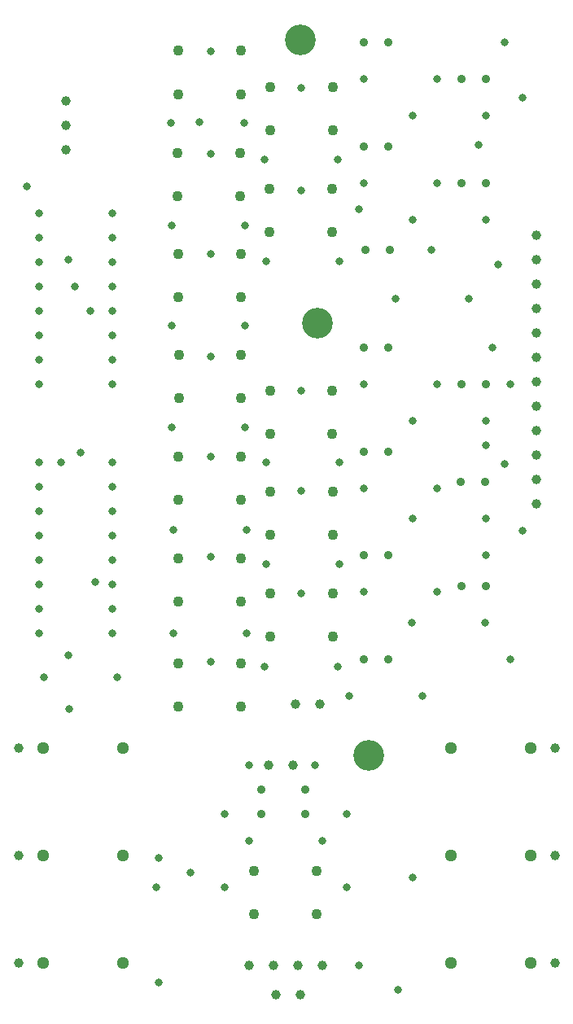
<source format=gbr>
%TF.GenerationSoftware,KiCad,Pcbnew,(6.0.1)*%
%TF.CreationDate,2022-12-13T10:22:34+02:00*%
%TF.ProjectId,EurorackDualPitchQuantizerFront,4575726f-7261-4636-9b44-75616c506974,rev?*%
%TF.SameCoordinates,Original*%
%TF.FileFunction,Plated,1,2,PTH,Mixed*%
%TF.FilePolarity,Positive*%
%FSLAX46Y46*%
G04 Gerber Fmt 4.6, Leading zero omitted, Abs format (unit mm)*
G04 Created by KiCad (PCBNEW (6.0.1)) date 2022-12-13 10:22:34*
%MOMM*%
%LPD*%
G01*
G04 APERTURE LIST*
%TA.AperFunction,ViaDrill*%
%ADD10C,0.800000*%
%TD*%
%TA.AperFunction,ComponentDrill*%
%ADD11C,0.800000*%
%TD*%
%TA.AperFunction,ComponentDrill*%
%ADD12C,0.900000*%
%TD*%
%TA.AperFunction,ComponentDrill*%
%ADD13C,1.000000*%
%TD*%
%TA.AperFunction,ComponentDrill*%
%ADD14C,1.100000*%
%TD*%
G04 aperture for slot hole*
%TA.AperFunction,ComponentDrill*%
%ADD15O,1.300000X1.300000*%
%TD*%
%TA.AperFunction,ComponentDrill*%
%ADD16C,3.200000*%
%TD*%
G04 APERTURE END LIST*
D10*
X14986000Y-36576000D03*
X18542000Y-65278000D03*
X19304000Y-44196000D03*
X19304000Y-85344000D03*
X19380200Y-90957400D03*
X19970500Y-46990000D03*
X20574000Y-64262000D03*
X21590000Y-49530000D03*
X22098000Y-77724000D03*
X28448000Y-109474000D03*
X28702000Y-106426000D03*
X28702000Y-119380000D03*
X32004000Y-107950000D03*
X32943800Y-29895800D03*
X34163000Y-22479000D03*
X34163000Y-33147000D03*
X34163000Y-43561000D03*
X34163000Y-54229000D03*
X34163000Y-64643000D03*
X34163000Y-75057000D03*
X34163000Y-85979000D03*
X38100000Y-96774000D03*
X43561000Y-26289000D03*
X43561000Y-36957000D03*
X43561000Y-57785000D03*
X43561000Y-68199000D03*
X43561000Y-78867000D03*
X44958000Y-96774000D03*
X49530000Y-117602000D03*
X49555400Y-38912800D03*
X53594000Y-120142000D03*
X55118000Y-108458000D03*
X57043000Y-43180000D03*
X61996000Y-32258000D03*
X62758000Y-63500000D03*
X62758000Y-74930000D03*
X63393000Y-53340000D03*
X64028000Y-44704000D03*
X64663000Y-21590000D03*
X64663000Y-65405000D03*
X65298000Y-57150000D03*
X65298000Y-85725000D03*
X66568000Y-27305000D03*
X66568000Y-72390000D03*
D11*
%TO.C,U1*%
X16256000Y-39370000D03*
X16256000Y-41910000D03*
X16256000Y-44450000D03*
X16256000Y-46990000D03*
X16256000Y-49530000D03*
X16256000Y-52070000D03*
X16256000Y-54610000D03*
X16256000Y-57150000D03*
%TO.C,U2*%
X16256000Y-65278000D03*
X16256000Y-67818000D03*
X16256000Y-70358000D03*
X16256000Y-72898000D03*
X16256000Y-75438000D03*
X16256000Y-77978000D03*
X16256000Y-80518000D03*
X16256000Y-83058000D03*
%TO.C,R5*%
X16764000Y-87630000D03*
%TO.C,U1*%
X23876000Y-39370000D03*
X23876000Y-41910000D03*
X23876000Y-44450000D03*
X23876000Y-46990000D03*
X23876000Y-49530000D03*
X23876000Y-52070000D03*
X23876000Y-54610000D03*
X23876000Y-57150000D03*
%TO.C,U2*%
X23876000Y-65278000D03*
X23876000Y-67818000D03*
X23876000Y-70358000D03*
X23876000Y-72898000D03*
X23876000Y-75438000D03*
X23876000Y-77978000D03*
X23876000Y-80518000D03*
X23876000Y-83058000D03*
%TO.C,R5*%
X24384000Y-87630000D03*
%TO.C,R4*%
X29972000Y-29972000D03*
%TO.C,R2*%
X30099000Y-40640000D03*
%TO.C,R12*%
X30099000Y-51054000D03*
%TO.C,R11*%
X30099000Y-61595000D03*
%TO.C,R9*%
X30226000Y-72263000D03*
%TO.C,R7*%
X30226000Y-83058000D03*
%TO.C,R27*%
X35560000Y-101854000D03*
X35560000Y-109474000D03*
%TO.C,R4*%
X37592000Y-29972000D03*
%TO.C,R2*%
X37719000Y-40640000D03*
%TO.C,R12*%
X37719000Y-51054000D03*
%TO.C,R11*%
X37719000Y-61595000D03*
%TO.C,R9*%
X37846000Y-72263000D03*
%TO.C,R7*%
X37846000Y-83058000D03*
%TO.C,R13*%
X38100000Y-104648000D03*
%TO.C,R3*%
X39751000Y-33782000D03*
%TO.C,R6*%
X39751000Y-86487000D03*
%TO.C,R1*%
X39869000Y-44366000D03*
%TO.C,R10*%
X39878000Y-65278000D03*
%TO.C,R8*%
X39878000Y-75819000D03*
%TO.C,R13*%
X45720000Y-104648000D03*
%TO.C,R3*%
X47371000Y-33782000D03*
%TO.C,R6*%
X47371000Y-86487000D03*
%TO.C,R1*%
X47489000Y-44366000D03*
%TO.C,R10*%
X47498000Y-65278000D03*
%TO.C,R8*%
X47498000Y-75819000D03*
%TO.C,R26*%
X48260000Y-101854000D03*
X48260000Y-109474000D03*
%TO.C,R14*%
X48514000Y-89535000D03*
%TO.C,R23*%
X50053000Y-36195000D03*
%TO.C,R25*%
X50058000Y-25400000D03*
%TO.C,R20*%
X50058000Y-57150000D03*
%TO.C,R18*%
X50058000Y-67945000D03*
%TO.C,R16*%
X50058000Y-78740000D03*
%TO.C,R21*%
X53360000Y-48260000D03*
%TO.C,R15*%
X55011000Y-81915000D03*
%TO.C,R24*%
X55138000Y-29210000D03*
%TO.C,R19*%
X55138000Y-60960000D03*
%TO.C,R17*%
X55138000Y-71120000D03*
%TO.C,R22*%
X55143000Y-40005000D03*
%TO.C,R14*%
X56134000Y-89535000D03*
%TO.C,R23*%
X57673000Y-36195000D03*
%TO.C,R25*%
X57678000Y-25400000D03*
%TO.C,R20*%
X57678000Y-57150000D03*
%TO.C,R18*%
X57678000Y-67945000D03*
%TO.C,R16*%
X57678000Y-78740000D03*
%TO.C,R21*%
X60980000Y-48260000D03*
%TO.C,R15*%
X62631000Y-81915000D03*
%TO.C,R24*%
X62758000Y-29210000D03*
%TO.C,R19*%
X62758000Y-60960000D03*
%TO.C,R17*%
X62758000Y-71120000D03*
%TO.C,R22*%
X62763000Y-40005000D03*
D12*
%TO.C,D14*%
X39370000Y-99314000D03*
X39370000Y-101854000D03*
%TO.C,D13*%
X43922000Y-99319000D03*
X43922000Y-101859000D03*
%TO.C,D12*%
X50053000Y-21590000D03*
%TO.C,D10*%
X50053000Y-32385000D03*
%TO.C,D7*%
X50053000Y-53340000D03*
%TO.C,D5*%
X50053000Y-64135000D03*
%TO.C,D3*%
X50053000Y-74930000D03*
%TO.C,D1*%
X50053000Y-85725000D03*
%TO.C,D8*%
X50180000Y-43180000D03*
%TO.C,D12*%
X52593000Y-21590000D03*
%TO.C,D10*%
X52593000Y-32385000D03*
%TO.C,D7*%
X52593000Y-53340000D03*
%TO.C,D5*%
X52593000Y-64135000D03*
%TO.C,D3*%
X52593000Y-74930000D03*
%TO.C,D1*%
X52593000Y-85725000D03*
%TO.C,D8*%
X52720000Y-43180000D03*
%TO.C,D4*%
X60086000Y-67310000D03*
%TO.C,D11*%
X60213000Y-25400000D03*
%TO.C,D9*%
X60213000Y-36195000D03*
%TO.C,D6*%
X60213000Y-57150000D03*
%TO.C,D2*%
X60213000Y-78105000D03*
%TO.C,D4*%
X62626000Y-67310000D03*
%TO.C,D11*%
X62753000Y-25400000D03*
%TO.C,D9*%
X62753000Y-36195000D03*
%TO.C,D6*%
X62753000Y-57150000D03*
%TO.C,D2*%
X62753000Y-78105000D03*
D13*
%TO.C,J11*%
X14126000Y-94996000D03*
%TO.C,J12*%
X14126000Y-106172000D03*
%TO.C,J5*%
X14126000Y-117348000D03*
%TO.C,J1*%
X19050000Y-27686000D03*
X19050000Y-30226000D03*
X19050000Y-32766000D03*
%TO.C,J10*%
X38110000Y-117602000D03*
%TO.C,J13*%
X40127000Y-96774000D03*
%TO.C,J10*%
X40650000Y-117602000D03*
%TO.C,J4*%
X40889000Y-120650000D03*
%TO.C,J13*%
X42667000Y-96774000D03*
%TO.C,J3*%
X42946000Y-90424000D03*
%TO.C,J10*%
X43190000Y-117602000D03*
%TO.C,J4*%
X43429000Y-120650000D03*
%TO.C,J3*%
X45486000Y-90424000D03*
%TO.C,J10*%
X45730000Y-117602000D03*
%TO.C,J9*%
X67965000Y-41651000D03*
X67965000Y-44191000D03*
X67965000Y-46731000D03*
X67965000Y-49271000D03*
X67965000Y-51811000D03*
X67965000Y-54351000D03*
X67965000Y-56891000D03*
X67965000Y-59431000D03*
X67965000Y-61971000D03*
X67965000Y-64511000D03*
X67965000Y-67051000D03*
X67965000Y-69591000D03*
%TO.C,J8*%
X69948000Y-94996000D03*
%TO.C,J7*%
X69948000Y-106172000D03*
%TO.C,J6*%
X69948000Y-117348000D03*
D14*
%TO.C,SW2*%
X30659000Y-33056000D03*
X30659000Y-37556000D03*
%TO.C,SW12*%
X30775000Y-43618000D03*
X30775000Y-48118000D03*
%TO.C,SW4*%
X30786000Y-22466000D03*
X30786000Y-26966000D03*
%TO.C,SW9*%
X30786000Y-64679000D03*
X30786000Y-69179000D03*
%TO.C,SW7*%
X30786000Y-75220000D03*
X30786000Y-79720000D03*
%TO.C,SW5*%
X30786000Y-86142000D03*
X30786000Y-90642000D03*
%TO.C,SW11*%
X30792000Y-54101000D03*
X30792000Y-58601000D03*
%TO.C,SW2*%
X37159000Y-33056000D03*
X37159000Y-37556000D03*
%TO.C,SW12*%
X37275000Y-43618000D03*
X37275000Y-48118000D03*
%TO.C,SW4*%
X37286000Y-22466000D03*
X37286000Y-26966000D03*
%TO.C,SW9*%
X37286000Y-64679000D03*
X37286000Y-69179000D03*
%TO.C,SW7*%
X37286000Y-75220000D03*
X37286000Y-79720000D03*
%TO.C,SW5*%
X37286000Y-86142000D03*
X37286000Y-90642000D03*
%TO.C,SW11*%
X37292000Y-54101000D03*
X37292000Y-58601000D03*
%TO.C,SW13*%
X38660000Y-107732000D03*
X38660000Y-112232000D03*
%TO.C,SW1*%
X40259000Y-36830000D03*
X40259000Y-41330000D03*
%TO.C,SW10*%
X40291000Y-57821000D03*
X40291000Y-62321000D03*
%TO.C,SW3*%
X40311000Y-26198000D03*
X40311000Y-30698000D03*
%TO.C,SW6*%
X40311000Y-78903000D03*
X40311000Y-83403000D03*
%TO.C,SW8*%
X40325000Y-68297000D03*
X40325000Y-72797000D03*
%TO.C,SW13*%
X45160000Y-107732000D03*
X45160000Y-112232000D03*
%TO.C,SW1*%
X46759000Y-36830000D03*
X46759000Y-41330000D03*
%TO.C,SW10*%
X46791000Y-57821000D03*
X46791000Y-62321000D03*
%TO.C,SW3*%
X46811000Y-26198000D03*
X46811000Y-30698000D03*
%TO.C,SW6*%
X46811000Y-78903000D03*
X46811000Y-83403000D03*
%TO.C,SW8*%
X46825000Y-68297000D03*
X46825000Y-72797000D03*
D15*
%TO.C,J11*%
X16686000Y-94996000D03*
%TO.C,J12*%
X16686000Y-106172000D03*
%TO.C,J5*%
X16686000Y-117348000D03*
%TO.C,J11*%
X24986000Y-94996000D03*
%TO.C,J12*%
X24986000Y-106172000D03*
%TO.C,J5*%
X24986000Y-117348000D03*
%TO.C,J8*%
X59088000Y-94996000D03*
%TO.C,J7*%
X59088000Y-106172000D03*
%TO.C,J6*%
X59088000Y-117348000D03*
%TO.C,J8*%
X67388000Y-94996000D03*
%TO.C,J7*%
X67388000Y-106172000D03*
%TO.C,J6*%
X67388000Y-117348000D03*
D16*
%TO.C,REF\u002A\u002A*%
X43434000Y-21336000D03*
X45212000Y-50800000D03*
X50546000Y-95758000D03*
M02*

</source>
